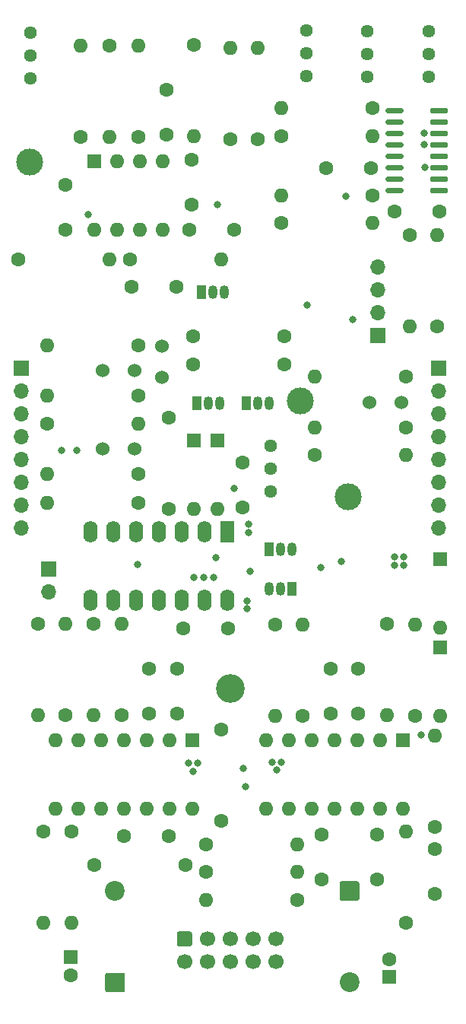
<source format=gts>
G04 #@! TF.GenerationSoftware,KiCad,Pcbnew,9.0.4-9.0.4-0~ubuntu22.04.1*
G04 #@! TF.CreationDate,2025-10-19T11:48:00+01:00*
G04 #@! TF.ProjectId,CD40106_VCO,43443430-3130-4365-9f56-434f2e6b6963,rev?*
G04 #@! TF.SameCoordinates,Original*
G04 #@! TF.FileFunction,Soldermask,Top*
G04 #@! TF.FilePolarity,Negative*
%FSLAX46Y46*%
G04 Gerber Fmt 4.6, Leading zero omitted, Abs format (unit mm)*
G04 Created by KiCad (PCBNEW 9.0.4-9.0.4-0~ubuntu22.04.1) date 2025-10-19 11:48:00*
%MOMM*%
%LPD*%
G01*
G04 APERTURE LIST*
%ADD10C,1.600000*%
%ADD11O,1.600000X1.600000*%
%ADD12R,1.700000X1.700000*%
%ADD13O,1.700000X1.700000*%
%ADD14C,1.524000*%
%ADD15C,2.200000*%
%ADD16R,1.600000X1.600000*%
%ADD17C,3.200000*%
%ADD18R,1.050000X1.500000*%
%ADD19O,1.050000X1.500000*%
%ADD20R,1.600000X2.400000*%
%ADD21O,1.600000X2.400000*%
%ADD22C,3.000000*%
%ADD23C,1.700000*%
%ADD24C,1.440000*%
%ADD25C,0.800000*%
G04 APERTURE END LIST*
D10*
X102300000Y-127780000D03*
D11*
X102300000Y-117620000D03*
D10*
X85220000Y-60600000D03*
D11*
X95380000Y-60600000D03*
D10*
X85580000Y-73200000D03*
X75420000Y-73200000D03*
X85240000Y-50900000D03*
D11*
X95400000Y-50900000D03*
D12*
X102750000Y-76750000D03*
D13*
X102750000Y-79290000D03*
X102750000Y-81830000D03*
X102750000Y-84370000D03*
X102750000Y-86910000D03*
X102750000Y-89450000D03*
X102750000Y-91990000D03*
X102750000Y-94530000D03*
D10*
X79300000Y-105700000D03*
X74300000Y-105700000D03*
X102300000Y-130200000D03*
X102300000Y-135200000D03*
X97000000Y-105220000D03*
D11*
X97000000Y-115380000D03*
D14*
X95050000Y-80500000D03*
X98550000Y-80500000D03*
D10*
X80900000Y-92200000D03*
X80900000Y-87200000D03*
X87600000Y-115400000D03*
D11*
X87600000Y-105240000D03*
D10*
X76820000Y-129700000D03*
D11*
X86980000Y-129700000D03*
G36*
G01*
X91949999Y-133820000D02*
X93650001Y-133820000D01*
G75*
G02*
X93900000Y-134069999I0J-249999D01*
G01*
X93900000Y-135770001D01*
G75*
G02*
X93650001Y-136020000I-249999J0D01*
G01*
X91949999Y-136020000D01*
G75*
G02*
X91700000Y-135770001I0J249999D01*
G01*
X91700000Y-134069999D01*
G75*
G02*
X91949999Y-133820000I249999J0D01*
G01*
G37*
D15*
X92800000Y-145080000D03*
D10*
X59140000Y-82900000D03*
D11*
X69300000Y-82900000D03*
D10*
X90700000Y-115200000D03*
X90700000Y-110200000D03*
X102800000Y-59300000D03*
X97800000Y-59300000D03*
X99080000Y-83300000D03*
D11*
X88920000Y-83300000D03*
D10*
X79500000Y-51260000D03*
D11*
X79500000Y-41100000D03*
D16*
X78100000Y-84790000D03*
D11*
X78100000Y-92410000D03*
D10*
X76820000Y-132800000D03*
D11*
X86980000Y-132800000D03*
D12*
X96000000Y-73100000D03*
D13*
X96000000Y-70560000D03*
X96000000Y-68020000D03*
X96000000Y-65480000D03*
D17*
X79500000Y-112400000D03*
D14*
X68850000Y-77000000D03*
X65350000Y-77000000D03*
D10*
X61200000Y-115360000D03*
D11*
X61200000Y-105200000D03*
D10*
X58100000Y-105200000D03*
D11*
X58100000Y-115360000D03*
D10*
X84500000Y-105240000D03*
D11*
X84500000Y-115400000D03*
G36*
G01*
X96850000Y-48205000D02*
X96850000Y-47905000D01*
G75*
G02*
X97000000Y-47755000I150000J0D01*
G01*
X98650000Y-47755000D01*
G75*
G02*
X98800000Y-47905000I0J-150000D01*
G01*
X98800000Y-48205000D01*
G75*
G02*
X98650000Y-48355000I-150000J0D01*
G01*
X97000000Y-48355000D01*
G75*
G02*
X96850000Y-48205000I0J150000D01*
G01*
G37*
G36*
G01*
X96850000Y-49475000D02*
X96850000Y-49175000D01*
G75*
G02*
X97000000Y-49025000I150000J0D01*
G01*
X98650000Y-49025000D01*
G75*
G02*
X98800000Y-49175000I0J-150000D01*
G01*
X98800000Y-49475000D01*
G75*
G02*
X98650000Y-49625000I-150000J0D01*
G01*
X97000000Y-49625000D01*
G75*
G02*
X96850000Y-49475000I0J150000D01*
G01*
G37*
G36*
G01*
X96850000Y-50745000D02*
X96850000Y-50445000D01*
G75*
G02*
X97000000Y-50295000I150000J0D01*
G01*
X98650000Y-50295000D01*
G75*
G02*
X98800000Y-50445000I0J-150000D01*
G01*
X98800000Y-50745000D01*
G75*
G02*
X98650000Y-50895000I-150000J0D01*
G01*
X97000000Y-50895000D01*
G75*
G02*
X96850000Y-50745000I0J150000D01*
G01*
G37*
G36*
G01*
X96850000Y-52015000D02*
X96850000Y-51715000D01*
G75*
G02*
X97000000Y-51565000I150000J0D01*
G01*
X98650000Y-51565000D01*
G75*
G02*
X98800000Y-51715000I0J-150000D01*
G01*
X98800000Y-52015000D01*
G75*
G02*
X98650000Y-52165000I-150000J0D01*
G01*
X97000000Y-52165000D01*
G75*
G02*
X96850000Y-52015000I0J150000D01*
G01*
G37*
G36*
G01*
X96850000Y-53285000D02*
X96850000Y-52985000D01*
G75*
G02*
X97000000Y-52835000I150000J0D01*
G01*
X98650000Y-52835000D01*
G75*
G02*
X98800000Y-52985000I0J-150000D01*
G01*
X98800000Y-53285000D01*
G75*
G02*
X98650000Y-53435000I-150000J0D01*
G01*
X97000000Y-53435000D01*
G75*
G02*
X96850000Y-53285000I0J150000D01*
G01*
G37*
G36*
G01*
X96850000Y-54555000D02*
X96850000Y-54255000D01*
G75*
G02*
X97000000Y-54105000I150000J0D01*
G01*
X98650000Y-54105000D01*
G75*
G02*
X98800000Y-54255000I0J-150000D01*
G01*
X98800000Y-54555000D01*
G75*
G02*
X98650000Y-54705000I-150000J0D01*
G01*
X97000000Y-54705000D01*
G75*
G02*
X96850000Y-54555000I0J150000D01*
G01*
G37*
G36*
G01*
X96850000Y-55825000D02*
X96850000Y-55525000D01*
G75*
G02*
X97000000Y-55375000I150000J0D01*
G01*
X98650000Y-55375000D01*
G75*
G02*
X98800000Y-55525000I0J-150000D01*
G01*
X98800000Y-55825000D01*
G75*
G02*
X98650000Y-55975000I-150000J0D01*
G01*
X97000000Y-55975000D01*
G75*
G02*
X96850000Y-55825000I0J150000D01*
G01*
G37*
G36*
G01*
X96850000Y-57095000D02*
X96850000Y-56795000D01*
G75*
G02*
X97000000Y-56645000I150000J0D01*
G01*
X98650000Y-56645000D01*
G75*
G02*
X98800000Y-56795000I0J-150000D01*
G01*
X98800000Y-57095000D01*
G75*
G02*
X98650000Y-57245000I-150000J0D01*
G01*
X97000000Y-57245000D01*
G75*
G02*
X96850000Y-57095000I0J150000D01*
G01*
G37*
G36*
G01*
X101800000Y-57095000D02*
X101800000Y-56795000D01*
G75*
G02*
X101950000Y-56645000I150000J0D01*
G01*
X103600000Y-56645000D01*
G75*
G02*
X103750000Y-56795000I0J-150000D01*
G01*
X103750000Y-57095000D01*
G75*
G02*
X103600000Y-57245000I-150000J0D01*
G01*
X101950000Y-57245000D01*
G75*
G02*
X101800000Y-57095000I0J150000D01*
G01*
G37*
G36*
G01*
X101800000Y-55825000D02*
X101800000Y-55525000D01*
G75*
G02*
X101950000Y-55375000I150000J0D01*
G01*
X103600000Y-55375000D01*
G75*
G02*
X103750000Y-55525000I0J-150000D01*
G01*
X103750000Y-55825000D01*
G75*
G02*
X103600000Y-55975000I-150000J0D01*
G01*
X101950000Y-55975000D01*
G75*
G02*
X101800000Y-55825000I0J150000D01*
G01*
G37*
G36*
G01*
X101800000Y-54555000D02*
X101800000Y-54255000D01*
G75*
G02*
X101950000Y-54105000I150000J0D01*
G01*
X103600000Y-54105000D01*
G75*
G02*
X103750000Y-54255000I0J-150000D01*
G01*
X103750000Y-54555000D01*
G75*
G02*
X103600000Y-54705000I-150000J0D01*
G01*
X101950000Y-54705000D01*
G75*
G02*
X101800000Y-54555000I0J150000D01*
G01*
G37*
G36*
G01*
X101800000Y-53285000D02*
X101800000Y-52985000D01*
G75*
G02*
X101950000Y-52835000I150000J0D01*
G01*
X103600000Y-52835000D01*
G75*
G02*
X103750000Y-52985000I0J-150000D01*
G01*
X103750000Y-53285000D01*
G75*
G02*
X103600000Y-53435000I-150000J0D01*
G01*
X101950000Y-53435000D01*
G75*
G02*
X101800000Y-53285000I0J150000D01*
G01*
G37*
G36*
G01*
X101800000Y-52015000D02*
X101800000Y-51715000D01*
G75*
G02*
X101950000Y-51565000I150000J0D01*
G01*
X103600000Y-51565000D01*
G75*
G02*
X103750000Y-51715000I0J-150000D01*
G01*
X103750000Y-52015000D01*
G75*
G02*
X103600000Y-52165000I-150000J0D01*
G01*
X101950000Y-52165000D01*
G75*
G02*
X101800000Y-52015000I0J150000D01*
G01*
G37*
G36*
G01*
X101800000Y-50745000D02*
X101800000Y-50445000D01*
G75*
G02*
X101950000Y-50295000I150000J0D01*
G01*
X103600000Y-50295000D01*
G75*
G02*
X103750000Y-50445000I0J-150000D01*
G01*
X103750000Y-50745000D01*
G75*
G02*
X103600000Y-50895000I-150000J0D01*
G01*
X101950000Y-50895000D01*
G75*
G02*
X101800000Y-50745000I0J150000D01*
G01*
G37*
G36*
G01*
X101800000Y-49475000D02*
X101800000Y-49175000D01*
G75*
G02*
X101950000Y-49025000I150000J0D01*
G01*
X103600000Y-49025000D01*
G75*
G02*
X103750000Y-49175000I0J-150000D01*
G01*
X103750000Y-49475000D01*
G75*
G02*
X103600000Y-49625000I-150000J0D01*
G01*
X101950000Y-49625000D01*
G75*
G02*
X101800000Y-49475000I0J150000D01*
G01*
G37*
G36*
G01*
X101800000Y-48205000D02*
X101800000Y-47905000D01*
G75*
G02*
X101950000Y-47755000I150000J0D01*
G01*
X103600000Y-47755000D01*
G75*
G02*
X103750000Y-47905000I0J-150000D01*
G01*
X103750000Y-48205000D01*
G75*
G02*
X103600000Y-48355000I-150000J0D01*
G01*
X101950000Y-48355000D01*
G75*
G02*
X101800000Y-48205000I0J150000D01*
G01*
G37*
D18*
X81330000Y-80600000D03*
D19*
X82600000Y-80600000D03*
X83870000Y-80600000D03*
D10*
X72700000Y-128800000D03*
X67700000Y-128800000D03*
X74580000Y-132000000D03*
X64420000Y-132000000D03*
G36*
G01*
X67550001Y-146200000D02*
X65849999Y-146200000D01*
G75*
G02*
X65600000Y-145950001I0J249999D01*
G01*
X65600000Y-144249999D01*
G75*
G02*
X65849999Y-144000000I249999J0D01*
G01*
X67550001Y-144000000D01*
G75*
G02*
X67800000Y-144249999I0J-249999D01*
G01*
X67800000Y-145950001D01*
G75*
G02*
X67550001Y-146200000I-249999J0D01*
G01*
G37*
D15*
X66700000Y-134940000D03*
D10*
X64300000Y-105220000D03*
D11*
X64300000Y-115380000D03*
D10*
X72700000Y-82240000D03*
X72700000Y-92400000D03*
X99100000Y-138480000D03*
D11*
X99100000Y-128320000D03*
D14*
X65350000Y-85700000D03*
X68850000Y-85700000D03*
D10*
X69260000Y-74200000D03*
D11*
X59100000Y-74200000D03*
D10*
X100100000Y-115400000D03*
D11*
X100100000Y-105240000D03*
D10*
X88920000Y-86400000D03*
D11*
X99080000Y-86400000D03*
D10*
X93800000Y-115200000D03*
X93800000Y-110200000D03*
X95900000Y-133600000D03*
X95900000Y-128600000D03*
D16*
X75325000Y-118100000D03*
D11*
X72785000Y-118100000D03*
X70245000Y-118100000D03*
X67705000Y-118100000D03*
X65165000Y-118100000D03*
X62625000Y-118100000D03*
X60085000Y-118100000D03*
X60085000Y-125720000D03*
X62625000Y-125720000D03*
X65165000Y-125720000D03*
X67705000Y-125720000D03*
X70245000Y-125720000D03*
X72785000Y-125720000D03*
X75325000Y-125720000D03*
D10*
X69280000Y-79800000D03*
D11*
X59120000Y-79800000D03*
D10*
X73600000Y-115200000D03*
X73600000Y-110200000D03*
D20*
X79225000Y-94975000D03*
D21*
X76685000Y-94975000D03*
X74145000Y-94975000D03*
X71605000Y-94975000D03*
X69065000Y-94975000D03*
X66525000Y-94975000D03*
X63985000Y-94975000D03*
X63985000Y-102595000D03*
X66525000Y-102595000D03*
X69065000Y-102595000D03*
X71605000Y-102595000D03*
X74145000Y-102595000D03*
X76685000Y-102595000D03*
X79225000Y-102595000D03*
D16*
X102900000Y-107780000D03*
D11*
X102900000Y-115400000D03*
D10*
X102600000Y-72060000D03*
D11*
X102600000Y-61900000D03*
D16*
X98725000Y-118100000D03*
D11*
X96185000Y-118100000D03*
X93645000Y-118100000D03*
X91105000Y-118100000D03*
X88565000Y-118100000D03*
X86025000Y-118100000D03*
X83485000Y-118100000D03*
X83485000Y-125720000D03*
X86025000Y-125720000D03*
X88565000Y-125720000D03*
X91105000Y-125720000D03*
X93645000Y-125720000D03*
X96185000Y-125720000D03*
X98725000Y-125720000D03*
D10*
X95380000Y-57500000D03*
D11*
X85220000Y-57500000D03*
D10*
X99080000Y-77700000D03*
D11*
X88920000Y-77700000D03*
D14*
X71900000Y-74250000D03*
X71900000Y-77750000D03*
D10*
X86980000Y-135900000D03*
D11*
X76820000Y-135900000D03*
D10*
X85580000Y-76300000D03*
X75420000Y-76300000D03*
X89700000Y-133600000D03*
X89700000Y-128600000D03*
X95400000Y-47800000D03*
D11*
X85240000Y-47800000D03*
D10*
X78500000Y-116920000D03*
X78500000Y-127080000D03*
D18*
X75830000Y-80600000D03*
D19*
X77100000Y-80600000D03*
X78370000Y-80600000D03*
D10*
X69280000Y-88500000D03*
D11*
X59120000Y-88500000D03*
D10*
X61800000Y-128320000D03*
D11*
X61800000Y-138480000D03*
D10*
X99500000Y-61900000D03*
D11*
X99500000Y-72060000D03*
D10*
X70500000Y-115200000D03*
X70500000Y-110200000D03*
D12*
X56250000Y-76750000D03*
D13*
X56250000Y-79290000D03*
X56250000Y-81830000D03*
X56250000Y-84370000D03*
X56250000Y-86910000D03*
X56250000Y-89450000D03*
X56250000Y-91990000D03*
X56250000Y-94530000D03*
D10*
X58700000Y-128320000D03*
D11*
X58700000Y-138480000D03*
D10*
X82600000Y-51260000D03*
D11*
X82600000Y-41100000D03*
D18*
X86370000Y-101300000D03*
D19*
X85100000Y-101300000D03*
X83830000Y-101300000D03*
D10*
X69280000Y-91700000D03*
D11*
X59120000Y-91700000D03*
D10*
X67400000Y-115380000D03*
D11*
X67400000Y-105220000D03*
D16*
X75500000Y-84790000D03*
D11*
X75500000Y-92410000D03*
D16*
X102900000Y-97980000D03*
D11*
X102900000Y-105600000D03*
D18*
X83830000Y-96900000D03*
D19*
X85100000Y-96900000D03*
X86370000Y-96900000D03*
D16*
X61750000Y-142300000D03*
D10*
X61750000Y-144300000D03*
D22*
X57200000Y-53800000D03*
D10*
X69300000Y-50980000D03*
D11*
X69300000Y-40820000D03*
D18*
X76330000Y-68240000D03*
D19*
X77600000Y-68240000D03*
X78870000Y-68240000D03*
D10*
X75200000Y-58500000D03*
X75200000Y-53500000D03*
G36*
G01*
X73820000Y-139400000D02*
X75020000Y-139400000D01*
G75*
G02*
X75270000Y-139650000I0J-250000D01*
G01*
X75270000Y-140850000D01*
G75*
G02*
X75020000Y-141100000I-250000J0D01*
G01*
X73820000Y-141100000D01*
G75*
G02*
X73570000Y-140850000I0J250000D01*
G01*
X73570000Y-139650000D01*
G75*
G02*
X73820000Y-139400000I250000J0D01*
G01*
G37*
D23*
X74420000Y-142790000D03*
X76960000Y-140250000D03*
X76960000Y-142790000D03*
X79500000Y-140250000D03*
X79500000Y-142790000D03*
X82040000Y-140250000D03*
X82040000Y-142790000D03*
X84580000Y-140250000D03*
X84580000Y-142790000D03*
D24*
X94800000Y-44280000D03*
X94800000Y-41740000D03*
X94800000Y-39200000D03*
D10*
X61200000Y-61300000D03*
X61200000Y-56300000D03*
D16*
X97250000Y-144500000D03*
D10*
X97250000Y-142500000D03*
D12*
X59300000Y-99100000D03*
D13*
X59300000Y-101640000D03*
D22*
X92700000Y-91000000D03*
D24*
X57300000Y-39360000D03*
X57300000Y-41900000D03*
X57300000Y-44440000D03*
D10*
X72400000Y-45750000D03*
X72400000Y-50750000D03*
X68500000Y-67700000D03*
X73500000Y-67700000D03*
X62900000Y-51000000D03*
D11*
X62900000Y-40840000D03*
D10*
X80000000Y-61300000D03*
X75000000Y-61300000D03*
X55920000Y-64600000D03*
D11*
X66080000Y-64600000D03*
D10*
X90200000Y-54500000D03*
X95200000Y-54500000D03*
D22*
X87300000Y-80400000D03*
D24*
X84000000Y-85400000D03*
X84000000Y-87940000D03*
X84000000Y-90480000D03*
D10*
X68320000Y-64600000D03*
D11*
X78480000Y-64600000D03*
D24*
X88000000Y-39160000D03*
X88000000Y-41700000D03*
X88000000Y-44240000D03*
D16*
X64400000Y-53700000D03*
D11*
X66940000Y-53700000D03*
X69480000Y-53700000D03*
X72020000Y-53700000D03*
X72020000Y-61320000D03*
X69480000Y-61320000D03*
X66940000Y-61320000D03*
X64400000Y-61320000D03*
D10*
X66100000Y-40820000D03*
D11*
X66100000Y-50980000D03*
D10*
X75500000Y-40790000D03*
D11*
X75500000Y-50950000D03*
D24*
X101600000Y-39200000D03*
X101600000Y-41740000D03*
X101600000Y-44280000D03*
D25*
X75400000Y-121600000D03*
X101100000Y-51800000D03*
X81400000Y-103500000D03*
X81400000Y-102600000D03*
X97800000Y-97700000D03*
X98800000Y-97700000D03*
X98800000Y-98700000D03*
X85200000Y-120600000D03*
X81600000Y-94100000D03*
X97800000Y-98700000D03*
X84700000Y-121400000D03*
X75500000Y-100000000D03*
X74900000Y-120700000D03*
X81600000Y-95000000D03*
X81700000Y-99300000D03*
X76600000Y-100000000D03*
X77700000Y-100000000D03*
X84200000Y-120600000D03*
X101100000Y-50600000D03*
X75900000Y-120700000D03*
X60700000Y-85900000D03*
X101200000Y-54400000D03*
X77900000Y-97800000D03*
X63700000Y-59600000D03*
X62400000Y-85900000D03*
X100800000Y-117500000D03*
X88100000Y-69700000D03*
X91900000Y-98200000D03*
X69200000Y-98600000D03*
X81000000Y-121300000D03*
X89600000Y-98949500D03*
X81200000Y-123300000D03*
X93150000Y-71310659D03*
X78100000Y-58500000D03*
X92400000Y-57600000D03*
X80000000Y-90150000D03*
M02*

</source>
